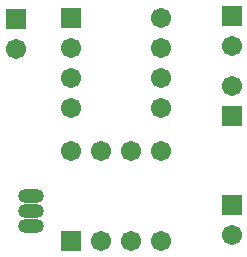
<source format=gbs>
G04 Layer_Color=16711935*
%FSLAX44Y44*%
%MOMM*%
G71*
G01*
G75*
%ADD27O,2.2032X1.2032*%
%ADD28O,2.2032X1.2032*%
%ADD29R,1.7032X1.7032*%
%ADD30C,1.7032*%
%ADD31R,1.7032X1.7032*%
D27*
X35000Y27300D02*
D03*
Y40000D02*
D03*
D28*
Y52700D02*
D03*
D29*
X69400Y14400D02*
D03*
X205000Y45000D02*
D03*
Y205000D02*
D03*
Y120000D02*
D03*
X22500Y202500D02*
D03*
D30*
X94800Y14400D02*
D03*
X120200D02*
D03*
X145600D02*
D03*
X69400Y90600D02*
D03*
X94800D02*
D03*
X120200D02*
D03*
X145600D02*
D03*
X205000Y19600D02*
D03*
Y179600D02*
D03*
Y145400D02*
D03*
X69400Y177700D02*
D03*
Y152300D02*
D03*
Y126900D02*
D03*
X145600Y203100D02*
D03*
Y177700D02*
D03*
Y152300D02*
D03*
Y126900D02*
D03*
X22500Y177100D02*
D03*
D31*
X69400Y203100D02*
D03*
M02*

</source>
